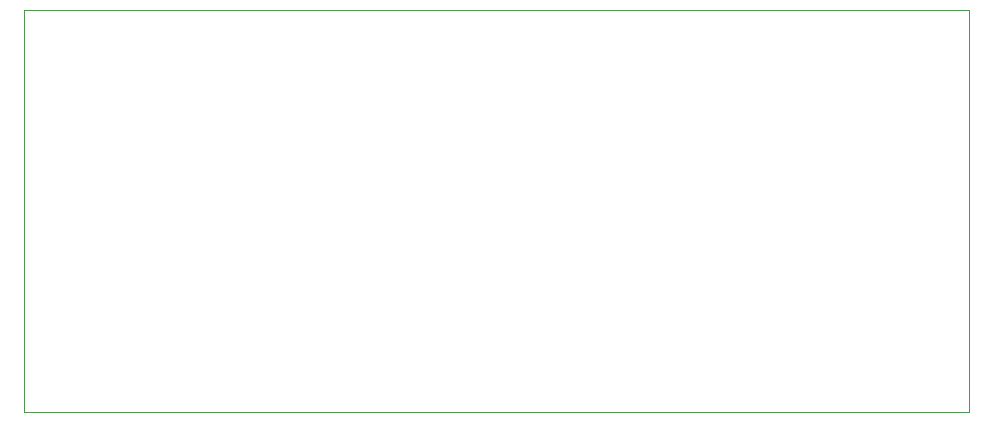
<source format=gbr>
%TF.GenerationSoftware,KiCad,Pcbnew,9.0.3*%
%TF.CreationDate,2025-08-28T14:22:23-04:00*%
%TF.ProjectId,Shift-LED-Board,53686966-742d-44c4-9544-2d426f617264,rev?*%
%TF.SameCoordinates,Original*%
%TF.FileFunction,Profile,NP*%
%FSLAX46Y46*%
G04 Gerber Fmt 4.6, Leading zero omitted, Abs format (unit mm)*
G04 Created by KiCad (PCBNEW 9.0.3) date 2025-08-28 14:22:23*
%MOMM*%
%LPD*%
G01*
G04 APERTURE LIST*
%TA.AperFunction,Profile*%
%ADD10C,0.050000*%
%TD*%
G04 APERTURE END LIST*
D10*
X94500000Y-39000000D02*
X174500000Y-39000000D01*
X174500000Y-73000000D01*
X94500000Y-73000000D01*
X94500000Y-39000000D01*
M02*

</source>
